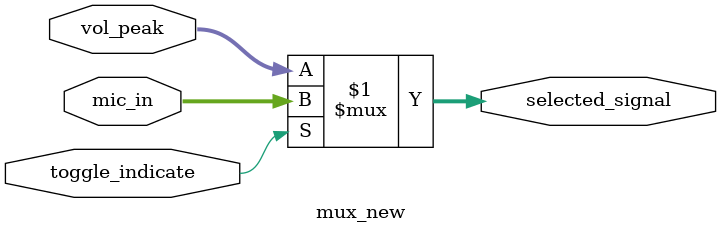
<source format=v>
`timescale 1ns / 1ps


module mux_new(
input toggle_indicate,
input [11:0] mic_in,
input [11:0] vol_peak,
output [11:0] selected_signal
//output [15:0] led
    );
    assign selected_signal = toggle_indicate ? mic_in : vol_peak;
endmodule
</source>
